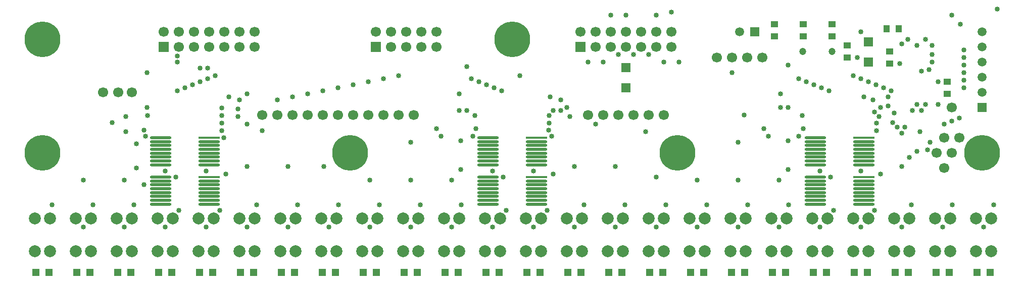
<source format=gbs>
G04 Layer_Color=16711935*
%FSLAX25Y25*%
%MOIN*%
G70*
G01*
G75*
%ADD11R,0.03937X0.05118*%
%ADD15R,0.04724X0.05118*%
%ADD17C,0.05905*%
%ADD18R,0.05905X0.05905*%
%ADD19C,0.06693*%
%ADD20R,0.06693X0.06693*%
%ADD21R,0.05905X0.05905*%
%ADD22C,0.04724*%
%ADD23C,0.07874*%
%ADD24C,0.23622*%
%ADD25C,0.03347*%
%ADD26R,0.05118X0.03937*%
%ADD27O,0.14173X0.01772*%
%ADD28R,0.14173X0.01772*%
%ADD29R,0.06299X0.06299*%
D11*
X577063Y167000D02*
D03*
X584937D02*
D03*
D15*
X105268Y6000D02*
D03*
X96606D02*
D03*
X132268D02*
D03*
X123606D02*
D03*
X159268D02*
D03*
X150606D02*
D03*
X186268D02*
D03*
X177606D02*
D03*
X213268D02*
D03*
X204606D02*
D03*
X240268D02*
D03*
X231606D02*
D03*
X267268D02*
D03*
X258606D02*
D03*
X294268D02*
D03*
X285606D02*
D03*
X321268D02*
D03*
X312606D02*
D03*
X348268D02*
D03*
X339606D02*
D03*
X375268D02*
D03*
X366606D02*
D03*
X402268D02*
D03*
X393606D02*
D03*
X429268D02*
D03*
X420606D02*
D03*
X591268D02*
D03*
X582606D02*
D03*
X645268D02*
D03*
X636606D02*
D03*
X618268D02*
D03*
X609606D02*
D03*
X564268D02*
D03*
X555606D02*
D03*
X537268D02*
D03*
X528606D02*
D03*
X510268D02*
D03*
X501606D02*
D03*
X483268D02*
D03*
X474606D02*
D03*
X456268D02*
D03*
X447606D02*
D03*
X24268D02*
D03*
X15606D02*
D03*
X51268D02*
D03*
X42606D02*
D03*
X78268D02*
D03*
X69606D02*
D03*
D17*
X640000Y165000D02*
D03*
Y155000D02*
D03*
Y125000D02*
D03*
Y135000D02*
D03*
Y145000D02*
D03*
X480000Y165000D02*
D03*
D18*
X640000Y115000D02*
D03*
D19*
X375000Y165000D02*
D03*
X385000Y155000D02*
D03*
Y165000D02*
D03*
X405000D02*
D03*
Y155000D02*
D03*
X395000D02*
D03*
Y165000D02*
D03*
X415000Y155000D02*
D03*
Y165000D02*
D03*
X425000D02*
D03*
Y155000D02*
D03*
X435000Y165000D02*
D03*
Y155000D02*
D03*
X380000Y110000D02*
D03*
X390000D02*
D03*
X400000D02*
D03*
X410000D02*
D03*
X420000D02*
D03*
X430000D02*
D03*
X475000Y148000D02*
D03*
X485000D02*
D03*
X495000D02*
D03*
X465000D02*
D03*
X240000Y165000D02*
D03*
X250000Y155000D02*
D03*
Y165000D02*
D03*
X270000D02*
D03*
Y155000D02*
D03*
X260000D02*
D03*
Y165000D02*
D03*
X280000Y155000D02*
D03*
Y165000D02*
D03*
X160000Y155000D02*
D03*
Y165000D02*
D03*
X150000Y155000D02*
D03*
Y165000D02*
D03*
X140000D02*
D03*
Y155000D02*
D03*
X120000Y165000D02*
D03*
Y155000D02*
D03*
X130000D02*
D03*
Y165000D02*
D03*
X110000D02*
D03*
Y155000D02*
D03*
X100000Y165000D02*
D03*
X70000Y125000D02*
D03*
X79000D02*
D03*
X165000Y110000D02*
D03*
X175000D02*
D03*
X185000D02*
D03*
X195000D02*
D03*
X205000D02*
D03*
X215000D02*
D03*
X225000D02*
D03*
X235000D02*
D03*
X245000D02*
D03*
X255000D02*
D03*
X265000D02*
D03*
X60000Y125000D02*
D03*
X625000Y95000D02*
D03*
X615000D02*
D03*
X610000Y85000D02*
D03*
X620000D02*
D03*
Y115000D02*
D03*
X615000Y75000D02*
D03*
D20*
X375000Y155000D02*
D03*
X240000D02*
D03*
X100000D02*
D03*
D21*
X490000Y165000D02*
D03*
D22*
X521787Y152000D02*
D03*
X541000D02*
D03*
D23*
X25000Y41653D02*
D03*
X15000D02*
D03*
X25000Y20000D02*
D03*
X15000D02*
D03*
X52000Y41653D02*
D03*
X42000D02*
D03*
X52000Y20000D02*
D03*
X42000D02*
D03*
X79000Y41653D02*
D03*
X69000D02*
D03*
X79000Y20000D02*
D03*
X69000D02*
D03*
X106000Y41653D02*
D03*
X96000D02*
D03*
X106000Y20000D02*
D03*
X96000D02*
D03*
X133000Y41653D02*
D03*
X123000D02*
D03*
X133000Y20000D02*
D03*
X123000D02*
D03*
X160000Y41653D02*
D03*
X150000D02*
D03*
X160000Y20000D02*
D03*
X150000D02*
D03*
X187000Y41653D02*
D03*
X177000D02*
D03*
X187000Y20000D02*
D03*
X177000D02*
D03*
X214000Y41653D02*
D03*
X204000D02*
D03*
X214000Y20000D02*
D03*
X204000D02*
D03*
X241000Y41653D02*
D03*
X231000D02*
D03*
X241000Y20000D02*
D03*
X231000D02*
D03*
X268000Y41653D02*
D03*
X258000D02*
D03*
X268000Y20000D02*
D03*
X258000D02*
D03*
X295000Y41653D02*
D03*
X285000D02*
D03*
X295000Y20000D02*
D03*
X285000D02*
D03*
X322000Y41653D02*
D03*
X312000D02*
D03*
X322000Y20000D02*
D03*
X312000D02*
D03*
X349000Y41653D02*
D03*
X339000D02*
D03*
X349000Y20000D02*
D03*
X339000D02*
D03*
X376000Y41653D02*
D03*
X366000D02*
D03*
X376000Y20000D02*
D03*
X366000D02*
D03*
X403000Y41653D02*
D03*
X393000D02*
D03*
X403000Y20000D02*
D03*
X393000D02*
D03*
X430000Y41653D02*
D03*
X420000D02*
D03*
X430000Y20000D02*
D03*
X420000D02*
D03*
X457000Y41653D02*
D03*
X447000D02*
D03*
X457000Y20000D02*
D03*
X447000D02*
D03*
X484000Y41653D02*
D03*
X474000D02*
D03*
X484000Y20000D02*
D03*
X474000D02*
D03*
X511000Y41653D02*
D03*
X501000D02*
D03*
X511000Y20000D02*
D03*
X501000D02*
D03*
X538000Y41653D02*
D03*
X528000D02*
D03*
X538000Y20000D02*
D03*
X528000D02*
D03*
X565000Y41653D02*
D03*
X555000D02*
D03*
X565000Y20000D02*
D03*
X555000D02*
D03*
X592000Y41653D02*
D03*
X582000D02*
D03*
X592000Y20000D02*
D03*
X582000D02*
D03*
X619000Y41653D02*
D03*
X609000D02*
D03*
X619000Y20000D02*
D03*
X609000D02*
D03*
X646000Y41653D02*
D03*
X636000D02*
D03*
X646000Y20000D02*
D03*
X636000D02*
D03*
D24*
X20000Y160000D02*
D03*
X223000Y85000D02*
D03*
X640000D02*
D03*
X20000D02*
D03*
X439000D02*
D03*
X330000Y160000D02*
D03*
D25*
X600000Y139000D02*
D03*
X597000Y156000D02*
D03*
X602890Y160110D02*
D03*
X605000Y140000D02*
D03*
X134000Y136000D02*
D03*
X129000Y134000D02*
D03*
X124000Y132000D02*
D03*
X119000Y130000D02*
D03*
X109000Y126000D02*
D03*
X114000Y128000D02*
D03*
X303000Y134000D02*
D03*
X323000Y126000D02*
D03*
X570000Y130051D02*
D03*
X335000Y136000D02*
D03*
X308000Y132000D02*
D03*
X318000Y128000D02*
D03*
X313000Y130000D02*
D03*
X560000Y134000D02*
D03*
X512000Y115000D02*
D03*
X507000Y124000D02*
D03*
Y115000D02*
D03*
X519000Y134000D02*
D03*
X524000Y132000D02*
D03*
X529000Y130000D02*
D03*
X534000Y128000D02*
D03*
X539000Y126000D02*
D03*
X565000Y132000D02*
D03*
X555000Y136000D02*
D03*
X607000Y145000D02*
D03*
Y150000D02*
D03*
Y156000D02*
D03*
X610972Y131972D02*
D03*
X300000Y113000D02*
D03*
X585921Y144079D02*
D03*
X89000Y115000D02*
D03*
X295000Y113000D02*
D03*
Y124000D02*
D03*
X306000Y101000D02*
D03*
X557874Y148126D02*
D03*
X355000Y122000D02*
D03*
X88000Y96000D02*
D03*
X283000D02*
D03*
X304000D02*
D03*
X149000Y109000D02*
D03*
X101000Y36000D02*
D03*
X209000D02*
D03*
X182000D02*
D03*
X155000D02*
D03*
X128000D02*
D03*
X74000D02*
D03*
X128000Y73000D02*
D03*
X47000Y67000D02*
D03*
X74000D02*
D03*
X101000Y73000D02*
D03*
X47000Y36000D02*
D03*
X182000Y76000D02*
D03*
X155000D02*
D03*
X317000Y36000D02*
D03*
X425000D02*
D03*
X398000D02*
D03*
X371000D02*
D03*
X344000D02*
D03*
X290000D02*
D03*
X236000D02*
D03*
X344000Y73000D02*
D03*
X263000Y67000D02*
D03*
X290000D02*
D03*
X317000Y73000D02*
D03*
X354500Y104500D02*
D03*
X305500Y109500D02*
D03*
X354500D02*
D03*
X263000Y36000D02*
D03*
Y92000D02*
D03*
X280000Y101000D02*
D03*
X398000Y76000D02*
D03*
X371000D02*
D03*
X418000Y99000D02*
D03*
X587000Y76000D02*
D03*
X496000Y101000D02*
D03*
X499000Y96000D02*
D03*
X522000Y101000D02*
D03*
X519000Y96000D02*
D03*
X479000Y92000D02*
D03*
Y36000D02*
D03*
X521500Y109500D02*
D03*
X533000Y73000D02*
D03*
X506000Y67000D02*
D03*
X479000D02*
D03*
X452000D02*
D03*
X560000Y73000D02*
D03*
X452000Y36000D02*
D03*
X506000D02*
D03*
X560000D02*
D03*
X587000D02*
D03*
X614000D02*
D03*
X641000D02*
D03*
X533000D02*
D03*
X628000Y153000D02*
D03*
Y133000D02*
D03*
Y128000D02*
D03*
Y138000D02*
D03*
Y143000D02*
D03*
X591000Y160000D02*
D03*
X627984Y148016D02*
D03*
X87000Y100000D02*
D03*
X75000Y109000D02*
D03*
X562000Y122000D02*
D03*
X568000Y120000D02*
D03*
X405000Y176000D02*
D03*
X425000D02*
D03*
X435000Y178000D02*
D03*
X620000Y176000D02*
D03*
X647693Y50693D02*
D03*
X620385D02*
D03*
X593385D02*
D03*
X512385D02*
D03*
X485385D02*
D03*
X458385D02*
D03*
X431385D02*
D03*
X404385D02*
D03*
X377385D02*
D03*
X296385D02*
D03*
X269385D02*
D03*
X242385D02*
D03*
X215385D02*
D03*
X188385D02*
D03*
X161386D02*
D03*
X80386D02*
D03*
X53386D02*
D03*
X26386D02*
D03*
X137000Y47000D02*
D03*
X110000D02*
D03*
X326000D02*
D03*
X353000D02*
D03*
X542000D02*
D03*
X569000D02*
D03*
X138500Y114500D02*
D03*
X570500Y99500D02*
D03*
X354000Y100000D02*
D03*
X139913Y94913D02*
D03*
X89500Y109500D02*
D03*
X138500D02*
D03*
Y104500D02*
D03*
Y99500D02*
D03*
X300000Y142000D02*
D03*
X560000Y165000D02*
D03*
X357000Y113000D02*
D03*
X575000Y128000D02*
D03*
X580000Y126000D02*
D03*
X570500Y104500D02*
D03*
X569000Y112000D02*
D03*
X597000Y117000D02*
D03*
X594000Y113000D02*
D03*
X602890Y117110D02*
D03*
X600000Y113000D02*
D03*
X578000Y116000D02*
D03*
X587000Y98000D02*
D03*
X584000Y102000D02*
D03*
X512000Y143000D02*
D03*
X611000Y117000D02*
D03*
X587142Y157142D02*
D03*
X205658Y76000D02*
D03*
X368000Y109000D02*
D03*
X366000Y115000D02*
D03*
X362000Y113000D02*
D03*
Y120000D02*
D03*
X356000Y96000D02*
D03*
X573000Y71000D02*
D03*
X357000D02*
D03*
X141000D02*
D03*
X625858Y170000D02*
D03*
X296000Y93000D02*
D03*
Y74000D02*
D03*
X66000Y105000D02*
D03*
X512000Y74000D02*
D03*
Y93000D02*
D03*
X82000Y75000D02*
D03*
Y91000D02*
D03*
X75000Y99000D02*
D03*
X425000Y69000D02*
D03*
X236000Y67000D02*
D03*
X592000Y82000D02*
D03*
X577949Y122000D02*
D03*
X573000Y115000D02*
D03*
X572000Y109000D02*
D03*
X589000Y102000D02*
D03*
X581000Y105000D02*
D03*
X599000Y99000D02*
D03*
X380000Y145000D02*
D03*
X385000Y104000D02*
D03*
X390000Y145000D02*
D03*
X395000Y176000D02*
D03*
X430000Y145000D02*
D03*
X440000D02*
D03*
X420000Y150000D02*
D03*
X410000D02*
D03*
X400000D02*
D03*
X483000Y110000D02*
D03*
X155000Y104000D02*
D03*
X165000Y99500D02*
D03*
X475000Y138000D02*
D03*
X582250Y111250D02*
D03*
X89000Y138000D02*
D03*
X124000Y141000D02*
D03*
X109000Y145000D02*
D03*
X129000Y141000D02*
D03*
X87000Y64000D02*
D03*
X109000Y149000D02*
D03*
X143000Y122000D02*
D03*
X149000Y114000D02*
D03*
X150000Y120000D02*
D03*
X155000Y124000D02*
D03*
X650000Y180000D02*
D03*
X540000Y69000D02*
D03*
X324000D02*
D03*
X108000D02*
D03*
X175000Y120000D02*
D03*
X185000Y122000D02*
D03*
X195000Y124035D02*
D03*
X205000Y125965D02*
D03*
X215000Y128035D02*
D03*
X225000Y129965D02*
D03*
X235000Y131965D02*
D03*
X245000Y134000D02*
D03*
X255000Y136000D02*
D03*
X597000Y86000D02*
D03*
X605896Y91896D02*
D03*
X604000Y87000D02*
D03*
X615000Y104000D02*
D03*
X620000Y106000D02*
D03*
X625000Y108000D02*
D03*
D26*
X503000Y162000D02*
D03*
Y169874D02*
D03*
X551000Y148126D02*
D03*
Y156000D02*
D03*
X617000Y124126D02*
D03*
Y132000D02*
D03*
X579000Y151874D02*
D03*
Y144000D02*
D03*
X522000Y169874D02*
D03*
Y162000D02*
D03*
X541000Y170000D02*
D03*
Y162126D02*
D03*
D27*
X98055Y77043D02*
D03*
Y79602D02*
D03*
Y82161D02*
D03*
Y84720D02*
D03*
Y87279D02*
D03*
Y89839D02*
D03*
Y92398D02*
D03*
Y94957D02*
D03*
X129945Y77043D02*
D03*
Y79602D02*
D03*
Y82161D02*
D03*
Y84720D02*
D03*
Y87279D02*
D03*
Y89839D02*
D03*
Y92398D02*
D03*
X314055Y77043D02*
D03*
Y79602D02*
D03*
Y82161D02*
D03*
Y84720D02*
D03*
Y87279D02*
D03*
Y89839D02*
D03*
Y92398D02*
D03*
Y94957D02*
D03*
X345945Y77043D02*
D03*
Y79602D02*
D03*
Y82161D02*
D03*
Y84720D02*
D03*
Y87279D02*
D03*
Y89839D02*
D03*
Y92398D02*
D03*
X530055Y77043D02*
D03*
Y79602D02*
D03*
Y82161D02*
D03*
Y84720D02*
D03*
Y87279D02*
D03*
Y89839D02*
D03*
Y92398D02*
D03*
Y94957D02*
D03*
X561945Y77043D02*
D03*
Y79602D02*
D03*
Y82161D02*
D03*
Y84720D02*
D03*
Y87279D02*
D03*
Y89839D02*
D03*
Y92398D02*
D03*
X98055Y51043D02*
D03*
Y53602D02*
D03*
Y56161D02*
D03*
Y58720D02*
D03*
Y61279D02*
D03*
Y63839D02*
D03*
Y66398D02*
D03*
Y68957D02*
D03*
X129945Y51043D02*
D03*
Y53602D02*
D03*
Y56161D02*
D03*
Y58720D02*
D03*
Y61279D02*
D03*
Y63839D02*
D03*
Y66398D02*
D03*
X314055Y51043D02*
D03*
Y53602D02*
D03*
Y56161D02*
D03*
Y58720D02*
D03*
Y61279D02*
D03*
Y63839D02*
D03*
Y66398D02*
D03*
Y68957D02*
D03*
X345945Y51043D02*
D03*
Y53602D02*
D03*
Y56161D02*
D03*
Y58720D02*
D03*
Y61279D02*
D03*
Y63839D02*
D03*
Y66398D02*
D03*
X530055Y51043D02*
D03*
Y53602D02*
D03*
Y56161D02*
D03*
Y58720D02*
D03*
Y61279D02*
D03*
Y63839D02*
D03*
Y66398D02*
D03*
Y68957D02*
D03*
X561945Y51043D02*
D03*
Y53602D02*
D03*
Y56161D02*
D03*
Y58720D02*
D03*
Y61279D02*
D03*
Y63839D02*
D03*
Y66398D02*
D03*
D28*
X129945Y94957D02*
D03*
X345945D02*
D03*
X561945D02*
D03*
X129945Y68957D02*
D03*
X345945D02*
D03*
X561945D02*
D03*
D29*
X405000Y141386D02*
D03*
Y128000D02*
D03*
X565000Y145000D02*
D03*
Y158386D02*
D03*
M02*

</source>
